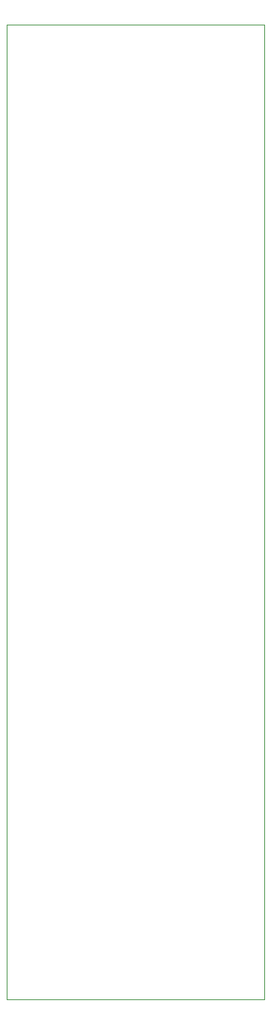
<source format=gbr>
%TF.GenerationSoftware,KiCad,Pcbnew,(5.99.0-10138-g1fe0c6d870)*%
%TF.CreationDate,2021-07-23T13:07:48+01:00*%
%TF.ProjectId,Hagiwo DCO,48616769-776f-4204-9443-4f2e6b696361,rev?*%
%TF.SameCoordinates,Original*%
%TF.FileFunction,Profile,NP*%
%FSLAX46Y46*%
G04 Gerber Fmt 4.6, Leading zero omitted, Abs format (unit mm)*
G04 Created by KiCad (PCBNEW (5.99.0-10138-g1fe0c6d870)) date 2021-07-23 13:07:48*
%MOMM*%
%LPD*%
G01*
G04 APERTURE LIST*
%TA.AperFunction,Profile*%
%ADD10C,0.100000*%
%TD*%
G04 APERTURE END LIST*
D10*
X96520000Y-45085000D02*
X125730000Y-45085000D01*
X125730000Y-45085000D02*
X125730000Y-155575000D01*
X125730000Y-155575000D02*
X96520000Y-155575000D01*
X96520000Y-155575000D02*
X96520000Y-45085000D01*
M02*

</source>
